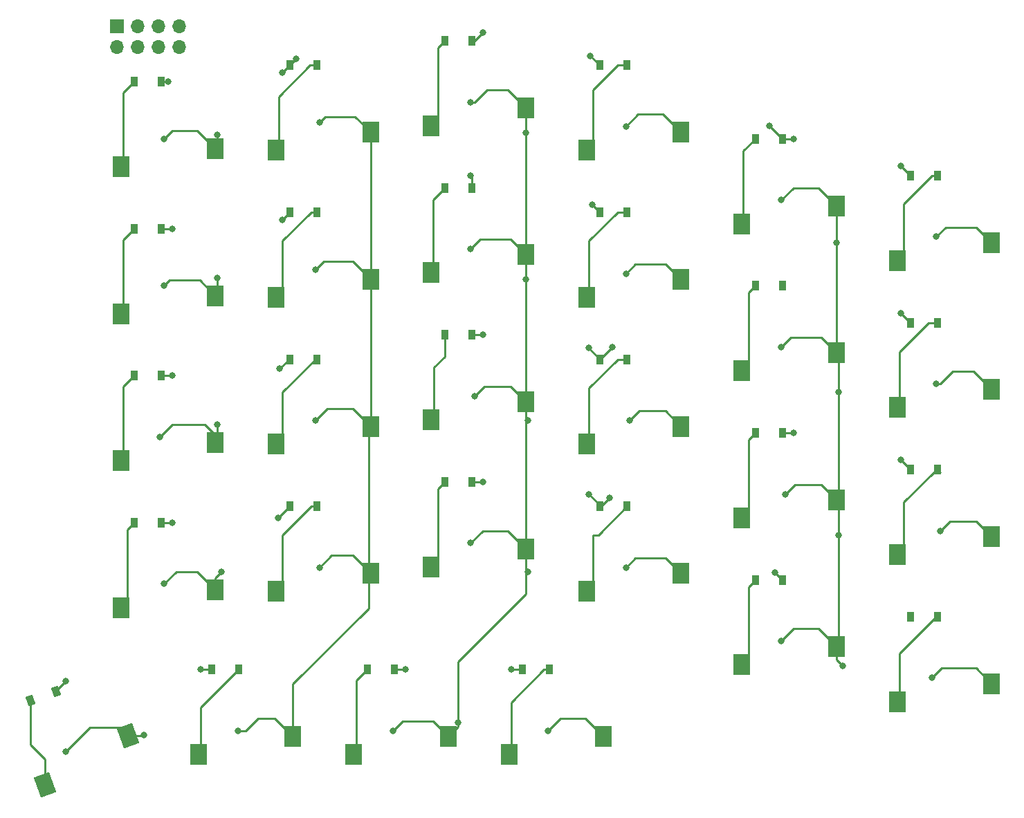
<source format=gbr>
%TF.GenerationSoftware,KiCad,Pcbnew,(6.0.10-0)*%
%TF.CreationDate,2023-01-25T23:07:08+08:00*%
%TF.ProjectId,V4,56342e6b-6963-4616-945f-706362585858,rev?*%
%TF.SameCoordinates,Original*%
%TF.FileFunction,Copper,L1,Top*%
%TF.FilePolarity,Positive*%
%FSLAX46Y46*%
G04 Gerber Fmt 4.6, Leading zero omitted, Abs format (unit mm)*
G04 Created by KiCad (PCBNEW (6.0.10-0)) date 2023-01-25 23:07:08*
%MOMM*%
%LPD*%
G01*
G04 APERTURE LIST*
G04 Aperture macros list*
%AMRotRect*
0 Rectangle, with rotation*
0 The origin of the aperture is its center*
0 $1 length*
0 $2 width*
0 $3 Rotation angle, in degrees counterclockwise*
0 Add horizontal line*
21,1,$1,$2,0,0,$3*%
G04 Aperture macros list end*
%TA.AperFunction,ComponentPad*%
%ADD10R,1.700000X1.700000*%
%TD*%
%TA.AperFunction,ComponentPad*%
%ADD11O,1.700000X1.700000*%
%TD*%
%TA.AperFunction,SMDPad,CuDef*%
%ADD12R,2.000000X2.600000*%
%TD*%
%TA.AperFunction,SMDPad,CuDef*%
%ADD13R,0.900000X1.200000*%
%TD*%
%TA.AperFunction,SMDPad,CuDef*%
%ADD14RotRect,0.900000X1.200000X20.000000*%
%TD*%
%TA.AperFunction,SMDPad,CuDef*%
%ADD15RotRect,2.000000X2.600000X200.000000*%
%TD*%
%TA.AperFunction,ViaPad*%
%ADD16C,0.800000*%
%TD*%
%TA.AperFunction,Conductor*%
%ADD17C,0.250000*%
%TD*%
G04 APERTURE END LIST*
D10*
%TO.P,J1,1,Pin_1*%
%TO.N,Row 1*%
X148200000Y-51725000D03*
D11*
%TO.P,J1,2,Pin_2*%
%TO.N,C12*%
X148200000Y-54265000D03*
%TO.P,J1,3,Pin_3*%
%TO.N,Row 2*%
X150740000Y-51725000D03*
%TO.P,J1,4,Pin_4*%
%TO.N,C34*%
X150740000Y-54265000D03*
%TO.P,J1,5,Pin_5*%
%TO.N,Row 3*%
X153280000Y-51725000D03*
%TO.P,J1,6,Pin_6*%
%TO.N,C56*%
X153280000Y-54265000D03*
%TO.P,J1,7,Pin_7*%
%TO.N,Row 4*%
X155820000Y-51725000D03*
%TO.P,J1,8,Pin_8*%
%TO.N,Row 5*%
X155820000Y-54265000D03*
%TD*%
D12*
%TO.P,SW51,1,1*%
%TO.N,C34*%
X207755000Y-138700000D03*
%TO.P,SW51,2,2*%
%TO.N,Net-(D51-Pad2)*%
X196198000Y-140900000D03*
%TD*%
D13*
%TO.P,D27,1,K*%
%TO.N,Row 3*%
X207350000Y-92500000D03*
%TO.P,D27,2,A*%
%TO.N,Net-(D27-Pad2)*%
X210650000Y-92500000D03*
%TD*%
D12*
%TO.P,SW15,2,2*%
%TO.N,Net-(D15-Pad2)*%
X205698000Y-84900000D03*
%TO.P,SW15,1,1*%
%TO.N,C34*%
X217255000Y-82700000D03*
%TD*%
D13*
%TO.P,D15,1,K*%
%TO.N,Row 2*%
X207350000Y-74500000D03*
%TO.P,D15,2,A*%
%TO.N,Net-(D15-Pad2)*%
X210650000Y-74500000D03*
%TD*%
%TO.P,D37,1,K*%
%TO.N,Row 4*%
X245350000Y-124000000D03*
%TO.P,D37,2,A*%
%TO.N,Net-(D37-Pad2)*%
X248650000Y-124000000D03*
%TD*%
%TO.P,D52,1,K*%
%TO.N,Net-(D52-Pad1)*%
X178850000Y-130500000D03*
%TO.P,D52,2,A*%
%TO.N,Row 5*%
X182150000Y-130500000D03*
%TD*%
D12*
%TO.P,SW26,1,1*%
%TO.N,C56*%
X236255000Y-109700000D03*
%TO.P,SW26,2,2*%
%TO.N,Net-(D26-Pad1)*%
X224698000Y-111900000D03*
%TD*%
%TO.P,SW38,1,1*%
%TO.N,C56*%
X236255000Y-127700000D03*
%TO.P,SW38,2,2*%
%TO.N,Net-(D38-Pad1)*%
X224698000Y-129900000D03*
%TD*%
D14*
%TO.P,D54,1,K*%
%TO.N,Net-(D54-Pad1)*%
X137649507Y-134264333D03*
%TO.P,D54,2,A*%
%TO.N,Row 5*%
X140750493Y-133135667D03*
%TD*%
D12*
%TO.P,SW27,1,1*%
%TO.N,C34*%
X217255000Y-100700000D03*
%TO.P,SW27,2,2*%
%TO.N,Net-(D27-Pad2)*%
X205698000Y-102900000D03*
%TD*%
D13*
%TO.P,D53,1,K*%
%TO.N,Row 5*%
X159850000Y-130500000D03*
%TO.P,D53,2,A*%
%TO.N,Net-(D53-Pad2)*%
X163150000Y-130500000D03*
%TD*%
%TO.P,D39,1,K*%
%TO.N,Row 4*%
X207350000Y-110500000D03*
%TO.P,D39,2,A*%
%TO.N,Net-(D39-Pad2)*%
X210650000Y-110500000D03*
%TD*%
D12*
%TO.P,SW52,1,1*%
%TO.N,C34*%
X188755000Y-138700000D03*
%TO.P,SW52,2,2*%
%TO.N,Net-(D52-Pad1)*%
X177198000Y-140900000D03*
%TD*%
D13*
%TO.P,D42,1,K*%
%TO.N,Net-(D42-Pad1)*%
X150350000Y-112500000D03*
%TO.P,D42,2,A*%
%TO.N,Row 4*%
X153650000Y-112500000D03*
%TD*%
D12*
%TO.P,SW13,1,1*%
%TO.N,C56*%
X255255000Y-96200000D03*
%TO.P,SW13,2,2*%
%TO.N,Net-(D13-Pad2)*%
X243698000Y-98400000D03*
%TD*%
D13*
%TO.P,D13,1,K*%
%TO.N,Row 2*%
X245350000Y-88000000D03*
%TO.P,D13,2,A*%
%TO.N,Net-(D13-Pad2)*%
X248650000Y-88000000D03*
%TD*%
D12*
%TO.P,SW42,1,1*%
%TO.N,C12*%
X160255000Y-120700000D03*
%TO.P,SW42,2,2*%
%TO.N,Net-(D42-Pad1)*%
X148698000Y-122900000D03*
%TD*%
%TO.P,SW14,2,2*%
%TO.N,Net-(D14-Pad1)*%
X224698000Y-93900000D03*
%TO.P,SW14,1,1*%
%TO.N,C56*%
X236255000Y-91700000D03*
%TD*%
D13*
%TO.P,D26,1,K*%
%TO.N,Net-(D26-Pad1)*%
X226350000Y-101500000D03*
%TO.P,D26,2,A*%
%TO.N,Row 3*%
X229650000Y-101500000D03*
%TD*%
D12*
%TO.P,SW53,1,1*%
%TO.N,C12*%
X169754996Y-138700000D03*
%TO.P,SW53,2,2*%
%TO.N,Net-(D53-Pad2)*%
X158197996Y-140900000D03*
%TD*%
%TO.P,SW40,1,1*%
%TO.N,C34*%
X198255000Y-115700000D03*
%TO.P,SW40,2,2*%
%TO.N,Net-(D40-Pad1)*%
X186698000Y-117900000D03*
%TD*%
%TO.P,SW41,1,1*%
%TO.N,C12*%
X179255000Y-118700000D03*
%TO.P,SW41,2,2*%
%TO.N,Net-(D41-Pad2)*%
X167698000Y-120900000D03*
%TD*%
D13*
%TO.P,D14,2,A*%
%TO.N,Row 2*%
X229650000Y-83500000D03*
%TO.P,D14,1,K*%
%TO.N,Net-(D14-Pad1)*%
X226350000Y-83500000D03*
%TD*%
D12*
%TO.P,SW39,1,1*%
%TO.N,C34*%
X217255000Y-118700000D03*
%TO.P,SW39,2,2*%
%TO.N,Net-(D39-Pad2)*%
X205698000Y-120900000D03*
%TD*%
D13*
%TO.P,D40,1,K*%
%TO.N,Net-(D40-Pad1)*%
X188350000Y-107500000D03*
%TO.P,D40,2,A*%
%TO.N,Row 4*%
X191650000Y-107500000D03*
%TD*%
%TO.P,D51,1,K*%
%TO.N,Row 5*%
X197850000Y-130500000D03*
%TO.P,D51,2,A*%
%TO.N,Net-(D51-Pad2)*%
X201150000Y-130500000D03*
%TD*%
D12*
%TO.P,SW25,1,1*%
%TO.N,C56*%
X255255000Y-114200000D03*
%TO.P,SW25,2,2*%
%TO.N,Net-(D25-Pad2)*%
X243698000Y-116400000D03*
%TD*%
D13*
%TO.P,D25,1,K*%
%TO.N,Row 3*%
X245350000Y-106000000D03*
%TO.P,D25,2,A*%
%TO.N,Net-(D25-Pad2)*%
X248650000Y-106000000D03*
%TD*%
D15*
%TO.P,SW54,1,1*%
%TO.N,C12*%
X149552637Y-138617486D03*
%TO.P,SW54,2,2*%
%TO.N,Net-(D54-Pad1)*%
X139445054Y-144637537D03*
%TD*%
D12*
%TO.P,SW37,1,1*%
%TO.N,C56*%
X255255000Y-132200000D03*
%TO.P,SW37,2,2*%
%TO.N,Net-(D37-Pad2)*%
X243698000Y-134400000D03*
%TD*%
D13*
%TO.P,D38,1,K*%
%TO.N,Net-(D38-Pad1)*%
X226350000Y-119500000D03*
%TO.P,D38,2,A*%
%TO.N,Row 4*%
X229650000Y-119500000D03*
%TD*%
%TO.P,D41,1,K*%
%TO.N,Row 4*%
X169350000Y-110500000D03*
%TO.P,D41,2,A*%
%TO.N,Net-(D41-Pad2)*%
X172650000Y-110500000D03*
%TD*%
D12*
%TO.P,SW17,1,1*%
%TO.N,C12*%
X179255000Y-82700000D03*
%TO.P,SW17,2,2*%
%TO.N,Net-(D17-Pad2)*%
X167698000Y-84900000D03*
%TD*%
%TO.P,SW29,1,1*%
%TO.N,C12*%
X179255000Y-100700000D03*
%TO.P,SW29,2,2*%
%TO.N,Net-(D29-Pad2)*%
X167698000Y-102900000D03*
%TD*%
D13*
%TO.P,D18,1,K*%
%TO.N,Net-(D18-Pad1)*%
X150350000Y-76500000D03*
%TO.P,D18,2,A*%
%TO.N,Row 2*%
X153650000Y-76500000D03*
%TD*%
%TO.P,D1,1,K*%
%TO.N,Row 1*%
X245350000Y-70000000D03*
%TO.P,D1,2,A*%
%TO.N,Net-(D1-Pad2)*%
X248650000Y-70000000D03*
%TD*%
%TO.P,D2,1,K*%
%TO.N,Net-(D2-Pad1)*%
X226350000Y-65500000D03*
%TO.P,D2,2,A*%
%TO.N,Row 1*%
X229650000Y-65500000D03*
%TD*%
D12*
%TO.P,SW3,1,1*%
%TO.N,C34*%
X217255000Y-64700000D03*
%TO.P,SW3,2,2*%
%TO.N,Net-(D3-Pad2)*%
X205698000Y-66900000D03*
%TD*%
D13*
%TO.P,D16,1,K*%
%TO.N,Net-(D16-Pad1)*%
X188350000Y-71500000D03*
%TO.P,D16,2,A*%
%TO.N,Row 2*%
X191650000Y-71500000D03*
%TD*%
D12*
%TO.P,SW4,1,1*%
%TO.N,C34*%
X198255000Y-61700003D03*
%TO.P,SW4,2,2*%
%TO.N,Net-(D4-Pad1)*%
X186698000Y-63900003D03*
%TD*%
D13*
%TO.P,D4,1,K*%
%TO.N,Net-(D4-Pad1)*%
X188350000Y-53500000D03*
%TO.P,D4,2,A*%
%TO.N,Row 1*%
X191650000Y-53500000D03*
%TD*%
%TO.P,D3,1,K*%
%TO.N,Row 1*%
X207350000Y-56500000D03*
%TO.P,D3,2,A*%
%TO.N,Net-(D3-Pad2)*%
X210650000Y-56500000D03*
%TD*%
%TO.P,D30,1,K*%
%TO.N,Net-(D30-Pad1)*%
X150350000Y-94500000D03*
%TO.P,D30,2,A*%
%TO.N,Row 3*%
X153650000Y-94500000D03*
%TD*%
%TO.P,D28,1,K*%
%TO.N,Net-(D28-Pad1)*%
X188350000Y-89500000D03*
%TO.P,D28,2,A*%
%TO.N,Row 3*%
X191650000Y-89500000D03*
%TD*%
%TO.P,D6,1,K*%
%TO.N,Net-(D6-Pad1)*%
X150350000Y-58500000D03*
%TO.P,D6,2,A*%
%TO.N,Row 1*%
X153650000Y-58500000D03*
%TD*%
D12*
%TO.P,SW5,1,1*%
%TO.N,C12*%
X179255000Y-64699998D03*
%TO.P,SW5,2,2*%
%TO.N,Net-(D5-Pad2)*%
X167698000Y-66899998D03*
%TD*%
%TO.P,SW28,1,1*%
%TO.N,C34*%
X198255000Y-97700000D03*
%TO.P,SW28,2,2*%
%TO.N,Net-(D28-Pad1)*%
X186698000Y-99900000D03*
%TD*%
%TO.P,SW1,2,2*%
%TO.N,Net-(D1-Pad2)*%
X243698000Y-80400000D03*
%TO.P,SW1,1,1*%
%TO.N,C56*%
X255255000Y-78200000D03*
%TD*%
%TO.P,SW30,1,1*%
%TO.N,C12*%
X160255000Y-102700000D03*
%TO.P,SW30,2,2*%
%TO.N,Net-(D30-Pad1)*%
X148698000Y-104900000D03*
%TD*%
%TO.P,SW18,1,1*%
%TO.N,C12*%
X160255000Y-84700000D03*
%TO.P,SW18,2,2*%
%TO.N,Net-(D18-Pad1)*%
X148698000Y-86900000D03*
%TD*%
D13*
%TO.P,D17,1,K*%
%TO.N,Row 2*%
X169350000Y-74500000D03*
%TO.P,D17,2,A*%
%TO.N,Net-(D17-Pad2)*%
X172650000Y-74500000D03*
%TD*%
D12*
%TO.P,SW6,1,1*%
%TO.N,C12*%
X160255000Y-66700000D03*
%TO.P,SW6,2,2*%
%TO.N,Net-(D6-Pad1)*%
X148698000Y-68900000D03*
%TD*%
%TO.P,SW2,1,1*%
%TO.N,C56*%
X236255000Y-73700000D03*
%TO.P,SW2,2,2*%
%TO.N,Net-(D2-Pad1)*%
X224698000Y-75900000D03*
%TD*%
D13*
%TO.P,D29,1,K*%
%TO.N,Row 3*%
X169350000Y-92500000D03*
%TO.P,D29,2,A*%
%TO.N,Net-(D29-Pad2)*%
X172650000Y-92500000D03*
%TD*%
%TO.P,D5,1,K*%
%TO.N,Row 1*%
X169350000Y-56499998D03*
%TO.P,D5,2,A*%
%TO.N,Net-(D5-Pad2)*%
X172650000Y-56499998D03*
%TD*%
D12*
%TO.P,SW16,1,1*%
%TO.N,C34*%
X198255000Y-79700000D03*
%TO.P,SW16,2,2*%
%TO.N,Net-(D16-Pad1)*%
X186698000Y-81900000D03*
%TD*%
D16*
%TO.N,C56*%
X249000000Y-113500000D03*
%TO.N,Row 3*%
X244175000Y-104825000D03*
X231000000Y-101500000D03*
%TO.N,C56*%
X230000000Y-109000000D03*
X248000000Y-131500000D03*
X236500000Y-114000000D03*
X237000000Y-130000000D03*
X229500000Y-127000000D03*
%TO.N,Row 4*%
X228725000Y-118575000D03*
X208500000Y-109500000D03*
%TO.N,C34*%
X211000000Y-100000000D03*
%TO.N,Row 3*%
X208850000Y-91000000D03*
%TO.N,C56*%
X248500000Y-95500000D03*
%TO.N,Row 2*%
X244175000Y-86825000D03*
%TO.N,C56*%
X236500000Y-96500000D03*
X229500000Y-91000000D03*
%TO.N,Row 2*%
X206425000Y-73575000D03*
%TO.N,C34*%
X210500000Y-82000000D03*
X198255000Y-82745000D03*
X191500000Y-79000000D03*
%TO.N,Row 2*%
X191500000Y-70000000D03*
%TO.N,C34*%
X210500000Y-118000000D03*
X198500000Y-118500000D03*
X191500000Y-115000000D03*
X198500000Y-100000000D03*
X192000000Y-97000000D03*
%TO.N,Row 3*%
X205925000Y-91075000D03*
X193000000Y-89500000D03*
%TO.N,Row 4*%
X206000000Y-109000000D03*
X193000000Y-107500000D03*
%TO.N,C34*%
X201000000Y-138000000D03*
%TO.N,Row 5*%
X196500000Y-130500000D03*
X183500000Y-130500000D03*
%TO.N,C34*%
X190000000Y-137000000D03*
X182000000Y-138000000D03*
%TO.N,Row 5*%
X158500000Y-130500000D03*
X141926732Y-131926732D03*
%TO.N,C12*%
X172500000Y-100000000D03*
%TO.N,Row 4*%
X167925000Y-111925000D03*
X154999997Y-112500003D03*
%TO.N,C12*%
X160500000Y-100500000D03*
%TO.N,Row 3*%
X168162500Y-93662500D03*
X154999997Y-94500003D03*
%TO.N,C12*%
X163000000Y-138000000D03*
X151500000Y-138500000D03*
X142000000Y-140500000D03*
X173000000Y-118000000D03*
X161000000Y-118500000D03*
X154000000Y-120000000D03*
X153500000Y-102000000D03*
%TO.N,C56*%
X248500000Y-77500000D03*
X236255000Y-78245000D03*
X229500000Y-73000000D03*
%TO.N,Row 1*%
X244175000Y-68825000D03*
X231000000Y-65500000D03*
%TO.N,C34*%
X210500000Y-64000000D03*
X198255000Y-64755000D03*
X191500000Y-61000000D03*
%TO.N,Row 1*%
X228075000Y-63925000D03*
X206175000Y-55325000D03*
X193000000Y-52500000D03*
X170174999Y-55674999D03*
%TO.N,C12*%
X172500000Y-81500000D03*
X173000000Y-63500000D03*
%TO.N,Row 2*%
X168425000Y-75425000D03*
X155000000Y-76500000D03*
%TO.N,C12*%
X160500000Y-82500000D03*
X154000000Y-83500000D03*
X154000000Y-65500000D03*
X160500000Y-65000000D03*
%TO.N,Row 1*%
X168425000Y-57425000D03*
X154500000Y-58500000D03*
%TD*%
D17*
%TO.N,C56*%
X255255000Y-114200000D02*
X253379999Y-112324999D01*
X253379999Y-112324999D02*
X250175001Y-112324999D01*
X250175001Y-112324999D02*
X249000000Y-113500000D01*
%TO.N,Net-(D25-Pad2)*%
X248650000Y-106000000D02*
X248975001Y-106325001D01*
X248975001Y-106325001D02*
X248174999Y-106325001D01*
X244500000Y-110000000D02*
X244500000Y-115598000D01*
X248174999Y-106325001D02*
X244500000Y-110000000D01*
X244500000Y-115598000D02*
X243698000Y-116400000D01*
%TO.N,Row 3*%
X245350000Y-106000000D02*
X244175000Y-104825000D01*
X229650000Y-101500000D02*
X231000000Y-101500000D01*
%TO.N,C56*%
X231175001Y-107824999D02*
X234379999Y-107824999D01*
X230000000Y-109000000D02*
X231175001Y-107824999D01*
X234379999Y-107824999D02*
X236255000Y-109700000D01*
%TO.N,Net-(D26-Pad1)*%
X226350000Y-101500000D02*
X225500000Y-102350000D01*
X225500000Y-102350000D02*
X225500000Y-111098000D01*
X225500000Y-111098000D02*
X224698000Y-111900000D01*
%TO.N,C56*%
X248000000Y-131500000D02*
X249175001Y-130324999D01*
X249175001Y-130324999D02*
X253379999Y-130324999D01*
X253379999Y-130324999D02*
X255255000Y-132200000D01*
%TO.N,Net-(D37-Pad2)*%
X248650000Y-124000000D02*
X248500000Y-124000000D01*
X248500000Y-124000000D02*
X244000000Y-128500000D01*
X244000000Y-128500000D02*
X244000000Y-134098000D01*
X244000000Y-134098000D02*
X243698000Y-134400000D01*
%TO.N,C56*%
X236255000Y-109700000D02*
X236500000Y-109945000D01*
X236500000Y-109945000D02*
X236500000Y-127455000D01*
X236500000Y-127455000D02*
X236255000Y-127700000D01*
X236255000Y-127700000D02*
X236255000Y-129255000D01*
X236255000Y-129255000D02*
X237000000Y-130000000D01*
X229500000Y-127000000D02*
X231000000Y-125500000D01*
X231000000Y-125500000D02*
X234055000Y-125500000D01*
X234055000Y-125500000D02*
X236255000Y-127700000D01*
%TO.N,Net-(D38-Pad1)*%
X226350000Y-119500000D02*
X225500000Y-120350000D01*
X225500000Y-120350000D02*
X225500000Y-129098000D01*
X225500000Y-129098000D02*
X224698000Y-129900000D01*
%TO.N,Row 4*%
X229650000Y-119500000D02*
X228725000Y-118575000D01*
X207350000Y-110500000D02*
X207500000Y-110500000D01*
X207500000Y-110500000D02*
X208500000Y-109500000D01*
%TO.N,C34*%
X211000000Y-100000000D02*
X212175001Y-98824999D01*
X215379999Y-98824999D02*
X217255000Y-100700000D01*
X212175001Y-98824999D02*
X215379999Y-98824999D01*
%TO.N,Row 3*%
X207350000Y-92500000D02*
X208850000Y-91000000D01*
%TO.N,Net-(D27-Pad2)*%
X210650000Y-92500000D02*
X209500000Y-92500000D01*
X209500000Y-92500000D02*
X206000000Y-96000000D01*
X206000000Y-96000000D02*
X206000000Y-102598000D01*
X206000000Y-102598000D02*
X205698000Y-102900000D01*
%TO.N,C56*%
X253055000Y-94000000D02*
X255255000Y-96200000D01*
X250500000Y-94000000D02*
X253055000Y-94000000D01*
X248500000Y-95500000D02*
X249000000Y-95500000D01*
X249000000Y-95500000D02*
X250500000Y-94000000D01*
%TO.N,Row 2*%
X245350000Y-88000000D02*
X244175000Y-86825000D01*
%TO.N,Net-(D13-Pad2)*%
X248650000Y-88000000D02*
X247575000Y-88000000D01*
X247575000Y-88000000D02*
X244000000Y-91575000D01*
X244000000Y-91575000D02*
X244000000Y-98098000D01*
X244000000Y-98098000D02*
X243698000Y-98400000D01*
%TO.N,C56*%
X236255000Y-91700000D02*
X236500000Y-91945000D01*
X236500000Y-91945000D02*
X236500000Y-109455000D01*
X236500000Y-109455000D02*
X236255000Y-109700000D01*
X229500000Y-91000000D02*
X230675001Y-89824999D01*
X234379999Y-89824999D02*
X236255000Y-91700000D01*
X230675001Y-89824999D02*
X234379999Y-89824999D01*
%TO.N,Net-(D14-Pad1)*%
X226350000Y-83500000D02*
X225500000Y-84350000D01*
X225500000Y-93098000D02*
X224698000Y-93900000D01*
X225500000Y-84350000D02*
X225500000Y-93098000D01*
%TO.N,Row 2*%
X207350000Y-74500000D02*
X206425000Y-73575000D01*
%TO.N,C34*%
X211675001Y-80824999D02*
X215379999Y-80824999D01*
X215379999Y-80824999D02*
X217255000Y-82700000D01*
X210500000Y-82000000D02*
X211675001Y-80824999D01*
%TO.N,Net-(D15-Pad2)*%
X210650000Y-74500000D02*
X209500000Y-74500000D01*
X209500000Y-74500000D02*
X206000000Y-78000000D01*
X206000000Y-78000000D02*
X206000000Y-84598000D01*
X206000000Y-84598000D02*
X205698000Y-84900000D01*
%TO.N,C34*%
X198255000Y-79700000D02*
X198255000Y-82745000D01*
X198255000Y-82745000D02*
X198255000Y-97700000D01*
X192675001Y-77824999D02*
X196379999Y-77824999D01*
X191500000Y-79000000D02*
X192675001Y-77824999D01*
X196379999Y-77824999D02*
X198255000Y-79700000D01*
%TO.N,Row 2*%
X191650000Y-71500000D02*
X191650000Y-70150000D01*
X191650000Y-70150000D02*
X191500000Y-70000000D01*
%TO.N,Net-(D16-Pad1)*%
X188350000Y-71500000D02*
X186875001Y-72974999D01*
X186875001Y-72974999D02*
X186875001Y-81722999D01*
%TO.N,C34*%
X198255000Y-115700000D02*
X198255000Y-121245000D01*
X198255000Y-121245000D02*
X190000000Y-129500000D01*
X190000000Y-129500000D02*
X190000000Y-137000000D01*
X198255000Y-97700000D02*
X198255000Y-115700000D01*
X210500000Y-118000000D02*
X211675001Y-116824999D01*
X211675001Y-116824999D02*
X215379999Y-116824999D01*
X215379999Y-116824999D02*
X217255000Y-118700000D01*
%TO.N,Net-(D39-Pad2)*%
X210650000Y-110500000D02*
X207150000Y-114000000D01*
X207150000Y-114000000D02*
X206500000Y-114000000D01*
X206500000Y-114000000D02*
X206500000Y-120098000D01*
%TO.N,C34*%
X198255000Y-115700000D02*
X198255000Y-118255000D01*
X198255000Y-118255000D02*
X198500000Y-118500000D01*
X191500000Y-115000000D02*
X193000000Y-113500000D01*
X193000000Y-113500000D02*
X196055000Y-113500000D01*
X196055000Y-113500000D02*
X198255000Y-115700000D01*
X198255000Y-97700000D02*
X198255000Y-99755000D01*
X198255000Y-99755000D02*
X198500000Y-100000000D01*
X193175001Y-95824999D02*
X196379999Y-95824999D01*
X196379999Y-95824999D02*
X198255000Y-97700000D01*
X192000000Y-97000000D02*
X193175001Y-95824999D01*
%TO.N,Row 3*%
X207350000Y-92500000D02*
X205925000Y-91075000D01*
X191650000Y-89500000D02*
X193000000Y-89500000D01*
%TO.N,Net-(D28-Pad1)*%
X188350000Y-89500000D02*
X188350000Y-92150000D01*
X188350000Y-92150000D02*
X187000000Y-93500000D01*
X187000000Y-93500000D02*
X187000000Y-99598000D01*
%TO.N,Net-(D40-Pad1)*%
X188350000Y-107500000D02*
X187500000Y-108350000D01*
X187500000Y-108350000D02*
X187500000Y-117098000D01*
%TO.N,Row 4*%
X207350000Y-110350000D02*
X206000000Y-109000000D01*
X191650000Y-107500000D02*
X193000000Y-107500000D01*
%TO.N,C34*%
X207755000Y-138700000D02*
X205555000Y-136500000D01*
X205555000Y-136500000D02*
X202500000Y-136500000D01*
X202500000Y-136500000D02*
X201000000Y-138000000D01*
%TO.N,Net-(D51-Pad2)*%
X201150000Y-130500000D02*
X200500000Y-130500000D01*
X200500000Y-130500000D02*
X196500000Y-134500000D01*
X196500000Y-134500000D02*
X196500000Y-140598000D01*
%TO.N,Row 5*%
X197850000Y-130500000D02*
X196500000Y-130500000D01*
X182150000Y-130500000D02*
X183500000Y-130500000D01*
%TO.N,C34*%
X190000000Y-137455000D02*
X190000000Y-137000000D01*
X188755000Y-138700000D02*
X190000000Y-137455000D01*
X183175001Y-136824999D02*
X186879999Y-136824999D01*
X182000000Y-138000000D02*
X183175001Y-136824999D01*
X186879999Y-136824999D02*
X188755000Y-138700000D01*
%TO.N,Net-(D52-Pad1)*%
X178850000Y-130500000D02*
X177500000Y-131850000D01*
X177500000Y-131850000D02*
X177500000Y-140598000D01*
%TO.N,Row 5*%
X159850000Y-130500000D02*
X158500000Y-130500000D01*
X140750493Y-133102971D02*
X141926732Y-131926732D01*
%TO.N,C12*%
X172500000Y-100000000D02*
X174000000Y-98500000D01*
X174000000Y-98500000D02*
X177055000Y-98500000D01*
X177055000Y-98500000D02*
X179255000Y-100700000D01*
X179255000Y-82700000D02*
X179255000Y-100700000D01*
%TO.N,Row 4*%
X169350000Y-110500000D02*
X167925000Y-111925000D01*
X153650000Y-112500000D02*
X154999994Y-112500000D01*
X154999994Y-112500000D02*
X154999997Y-112500003D01*
%TO.N,Net-(D29-Pad2)*%
X172500000Y-92500000D02*
X168500000Y-96500000D01*
X168500000Y-96500000D02*
X168500000Y-102098000D01*
%TO.N,C12*%
X160500000Y-100500000D02*
X160500000Y-102455000D01*
X155000000Y-64500000D02*
X158055000Y-64500000D01*
%TO.N,Row 3*%
X169325000Y-92500000D02*
X168162500Y-93662500D01*
X154999994Y-94500000D02*
X154999997Y-94500003D01*
X153650000Y-94500000D02*
X154999994Y-94500000D01*
%TO.N,C12*%
X164000000Y-138000000D02*
X165500000Y-136500000D01*
X163000000Y-138000000D02*
X164000000Y-138000000D01*
X165500000Y-136500000D02*
X167554996Y-136500000D01*
X167554996Y-136500000D02*
X169754996Y-138700000D01*
%TO.N,Net-(D53-Pad2)*%
X163150000Y-130500000D02*
X158500000Y-135150000D01*
X158500000Y-135150000D02*
X158500000Y-140597996D01*
%TO.N,C12*%
X149552637Y-138617486D02*
X151382514Y-138617486D01*
X151382514Y-138617486D02*
X151500000Y-138500000D01*
X142000000Y-140500000D02*
X144896782Y-137603218D01*
X144896782Y-137603218D02*
X148538369Y-137603218D01*
X148538369Y-137603218D02*
X149552637Y-138617486D01*
%TO.N,Net-(D54-Pad1)*%
X137649507Y-134264333D02*
X137649507Y-139649507D01*
X137649507Y-139649507D02*
X139445054Y-141445054D01*
X139445054Y-141445054D02*
X139445054Y-144637537D01*
%TO.N,C12*%
X179000000Y-118955000D02*
X179000000Y-123000000D01*
X179000000Y-123000000D02*
X169754996Y-132245004D01*
X169754996Y-132245004D02*
X169754996Y-138700000D01*
X179000000Y-100955000D02*
X179000000Y-118445000D01*
X174500000Y-116500000D02*
X177055000Y-116500000D01*
X173000000Y-118000000D02*
X174500000Y-116500000D01*
X177055000Y-116500000D02*
X179255000Y-118700000D01*
X160255000Y-120700000D02*
X160255000Y-119245000D01*
X160255000Y-119245000D02*
X161000000Y-118500000D01*
X154000000Y-120000000D02*
X155500000Y-118500000D01*
X155500000Y-118500000D02*
X158055000Y-118500000D01*
X158055000Y-118500000D02*
X160255000Y-120700000D01*
%TO.N,Net-(D42-Pad1)*%
X149500000Y-122098000D02*
X149500000Y-113350000D01*
X149500000Y-113350000D02*
X150350000Y-112500000D01*
%TO.N,Net-(D41-Pad2)*%
X172650000Y-110500000D02*
X172000000Y-110500000D01*
X172000000Y-110500000D02*
X168500000Y-114000000D01*
X168500000Y-114000000D02*
X168500000Y-120098000D01*
%TO.N,C12*%
X153500000Y-102000000D02*
X155000000Y-100500000D01*
X155000000Y-100500000D02*
X159000000Y-100500000D01*
X159000000Y-100500000D02*
X160255000Y-101755000D01*
%TO.N,Net-(D30-Pad1)*%
X150350000Y-94500000D02*
X149000000Y-95850000D01*
X149000000Y-95850000D02*
X149000000Y-104598000D01*
%TO.N,C56*%
X248500000Y-77500000D02*
X249675001Y-76324999D01*
X249675001Y-76324999D02*
X253379999Y-76324999D01*
X253379999Y-76324999D02*
X255255000Y-78200000D01*
X236255000Y-73700000D02*
X236255000Y-78245000D01*
X236255000Y-78245000D02*
X236255000Y-91700000D01*
X231000000Y-71500000D02*
X234055000Y-71500000D01*
X234055000Y-71500000D02*
X236255000Y-73700000D01*
X229500000Y-73000000D02*
X231000000Y-71500000D01*
%TO.N,Net-(D1-Pad2)*%
X248650000Y-70000000D02*
X248000000Y-70000000D01*
X248000000Y-70000000D02*
X244500000Y-73500000D01*
X244500000Y-73500000D02*
X244500000Y-79598000D01*
%TO.N,Row 1*%
X245350000Y-70000000D02*
X244175000Y-68825000D01*
X229650000Y-65500000D02*
X231000000Y-65500000D01*
%TO.N,Net-(D2-Pad1)*%
X226350000Y-65500000D02*
X224875001Y-66974999D01*
X224875001Y-66974999D02*
X224875001Y-75722999D01*
%TO.N,C34*%
X210500000Y-64000000D02*
X212000000Y-62500000D01*
X212000000Y-62500000D02*
X215055000Y-62500000D01*
X215055000Y-62500000D02*
X217255000Y-64700000D01*
X198255000Y-61700003D02*
X198255000Y-64755000D01*
X198255000Y-64755000D02*
X198255000Y-79700000D01*
X193500000Y-59500000D02*
X196054997Y-59500000D01*
X196054997Y-59500000D02*
X198255000Y-61700003D01*
X191500000Y-61000000D02*
X192000000Y-61000000D01*
X192000000Y-61000000D02*
X193500000Y-59500000D01*
%TO.N,Row 1*%
X229650000Y-65500000D02*
X228075000Y-63925000D01*
%TO.N,Net-(D3-Pad2)*%
X210650000Y-56500000D02*
X209500000Y-56500000D01*
X206500000Y-59500000D02*
X206500000Y-66098000D01*
X209500000Y-56500000D02*
X206500000Y-59500000D01*
%TO.N,Row 1*%
X207350000Y-56500000D02*
X206175000Y-55325000D01*
X192000000Y-53500000D02*
X193000000Y-52500000D01*
X191650000Y-53500000D02*
X192000000Y-53500000D01*
%TO.N,Net-(D4-Pad1)*%
X188350000Y-53500000D02*
X187500000Y-54350000D01*
X187500000Y-54350000D02*
X187500000Y-63098003D01*
%TO.N,Row 1*%
X169350000Y-56499998D02*
X170174999Y-55674999D01*
%TO.N,Net-(D17-Pad2)*%
X172650000Y-74500000D02*
X172000000Y-74500000D01*
X172000000Y-74500000D02*
X168500000Y-78000000D01*
X168500000Y-78000000D02*
X168500000Y-84098000D01*
%TO.N,C12*%
X172500000Y-81500000D02*
X173500000Y-80500000D01*
X173500000Y-80500000D02*
X177055000Y-80500000D01*
X177055000Y-80500000D02*
X179255000Y-82700000D01*
X179255000Y-64699998D02*
X179255000Y-82700000D01*
X179255000Y-64699998D02*
X177379999Y-62824997D01*
X177379999Y-62824997D02*
X173675003Y-62824997D01*
X173675003Y-62824997D02*
X173000000Y-63500000D01*
%TO.N,Net-(D5-Pad2)*%
X172650000Y-56499998D02*
X171825001Y-56499998D01*
X171825001Y-56499998D02*
X168000000Y-60324999D01*
X168000000Y-60324999D02*
X168000000Y-66597998D01*
%TO.N,Row 2*%
X169350000Y-74500000D02*
X168425000Y-75425000D01*
X153650000Y-76500000D02*
X155000000Y-76500000D01*
%TO.N,C12*%
X160500000Y-82500000D02*
X160500000Y-84455000D01*
X160255000Y-84700000D02*
X158379999Y-82824999D01*
X158379999Y-82824999D02*
X154675001Y-82824999D01*
X154675001Y-82824999D02*
X154000000Y-83500000D01*
%TO.N,Net-(D18-Pad1)*%
X150350000Y-76500000D02*
X149000000Y-77850000D01*
X149000000Y-77850000D02*
X149000000Y-86598000D01*
%TO.N,Net-(D6-Pad1)*%
X150350000Y-58500000D02*
X149000000Y-59850000D01*
X149000000Y-59850000D02*
X149000000Y-68598000D01*
%TO.N,C12*%
X154000000Y-65500000D02*
X155000000Y-64500000D01*
X158055000Y-64500000D02*
X160255000Y-66700000D01*
X160500000Y-66455000D02*
X160500000Y-65000000D01*
%TO.N,Row 1*%
X169350000Y-56499998D02*
X168425000Y-57425000D01*
X153650000Y-58500000D02*
X154500000Y-58500000D01*
%TD*%
M02*

</source>
